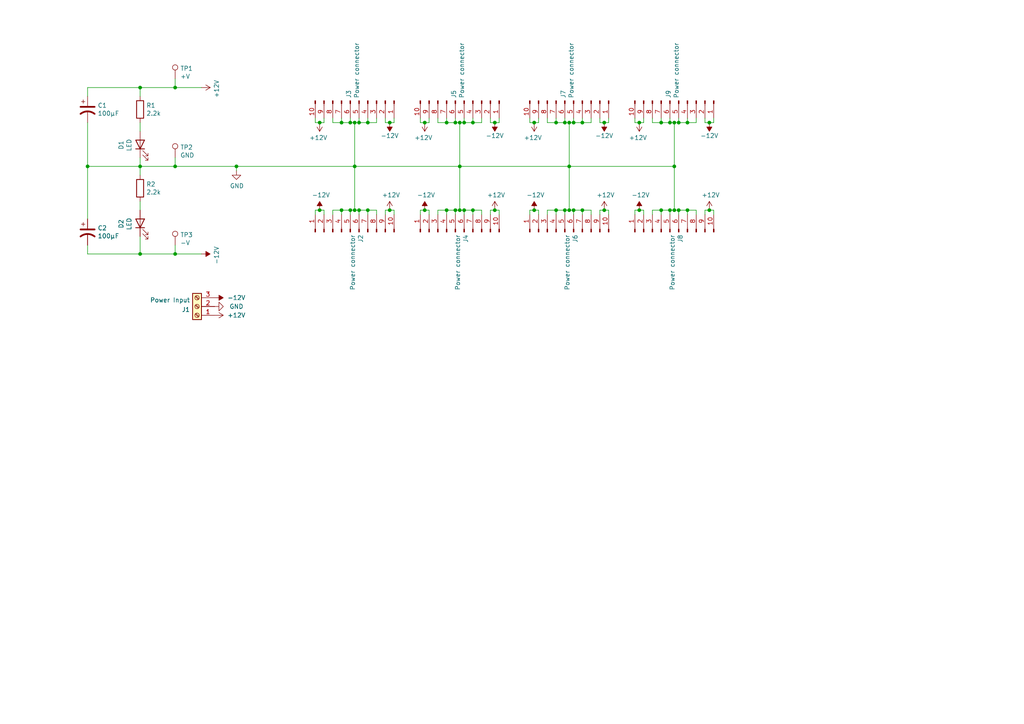
<source format=kicad_sch>
(kicad_sch (version 20211123) (generator eeschema)
  (paper "A4")
  (lib_symbols
    (symbol "Connector:Conn_01x10_Male" (pin_names (offset 1.016) hide)
      (property "Reference" "J" (at 0 12.7 0))
      (property "Value" "Conn_01x10_Male" (at 0 -15.24 0))
      (symbol "Conn_01x10_Male_1_1"
        (polyline (pts (xy 1.27 -12.7) (xy 0.8636 -12.7)) (stroke (width 0.1524)))
        (polyline (pts (xy 1.27 -10.16) (xy 0.8636 -10.16)) (stroke (width 0.1524)))
        (polyline (pts (xy 1.27 -7.62) (xy 0.8636 -7.62)) (stroke (width 0.1524)))
        (polyline (pts (xy 1.27 -5.08) (xy 0.8636 -5.08)) (stroke (width 0.1524)))
        (polyline (pts (xy 1.27 -2.54) (xy 0.8636 -2.54)) (stroke (width 0.1524)))
        (polyline (pts (xy 1.27 0) (xy 0.8636 0)) (stroke (width 0.1524)))
        (polyline (pts (xy 1.27 2.54) (xy 0.8636 2.54)) (stroke (width 0.1524)))
        (polyline (pts (xy 1.27 5.08) (xy 0.8636 5.08)) (stroke (width 0.1524)))
        (polyline (pts (xy 1.27 7.62) (xy 0.8636 7.62)) (stroke (width 0.1524)))
        (polyline (pts (xy 1.27 10.16) (xy 0.8636 10.16)) (stroke (width 0.1524)))
        (rectangle (start 0.8636 -12.573) (end 0 -12.827) (stroke (width 0.1524)) (fill (type outline)))
        (rectangle (start 0.8636 -10.033) (end 0 -10.287) (stroke (width 0.1524)) (fill (type outline)))
        (rectangle (start 0.8636 -7.493) (end 0 -7.747) (stroke (width 0.1524)) (fill (type outline)))
        (rectangle (start 0.8636 -4.953) (end 0 -5.207) (stroke (width 0.1524)) (fill (type outline)))
        (rectangle (start 0.8636 -2.413) (end 0 -2.667) (stroke (width 0.1524)) (fill (type outline)))
        (rectangle (start 0.8636 0.127) (end 0 -0.127) (stroke (width 0.1524)) (fill (type outline)))
        (rectangle (start 0.8636 2.667) (end 0 2.413) (stroke (width 0.1524)) (fill (type outline)))
        (rectangle (start 0.8636 5.207) (end 0 4.953) (stroke (width 0.1524)) (fill (type outline)))
        (rectangle (start 0.8636 7.747) (end 0 7.493) (stroke (width 0.1524)) (fill (type outline)))
        (rectangle (start 0.8636 10.287) (end 0 10.033) (stroke (width 0.1524)) (fill (type outline)))
        (pin passive line (at 5.08 10.16 180) (length 3.81) (name "Pin_1") (number "1"))
        (pin passive line (at 5.08 -12.7 180) (length 3.81) (name "Pin_10") (number "10"))
        (pin passive line (at 5.08 7.62 180) (length 3.81) (name "Pin_2") (number "2"))
        (pin passive line (at 5.08 5.08 180) (length 3.81) (name "Pin_3") (number "3"))
        (pin passive line (at 5.08 2.54 180) (length 3.81) (name "Pin_4") (number "4"))
        (pin passive line (at 5.08 0 180) (length 3.81) (name "Pin_5") (number "5"))
        (pin passive line (at 5.08 -2.54 180) (length 3.81) (name "Pin_6") (number "6"))
        (pin passive line (at 5.08 -5.08 180) (length 3.81) (name "Pin_7") (number "7"))
        (pin passive line (at 5.08 -7.62 180) (length 3.81) (name "Pin_8") (number "8"))
        (pin passive line (at 5.08 -10.16 180) (length 3.81) (name "Pin_9") (number "9"))
      )
    )
    (symbol "Connector:Screw_Terminal_01x03" (pin_names (offset 1.016) hide)
      (property "Reference" "J" (at 0 5.08 0))
      (property "Value" "Screw_Terminal_01x03" (at 0 -5.08 0))
      (symbol "Screw_Terminal_01x03_1_1"
        (rectangle (start -1.27 3.81) (end 1.27 -3.81) (stroke (width 0.254)) (fill (type background)))
        (circle (center 0 -2.54) (radius 0.635) (stroke (width 0.1524)))
        (polyline (pts (xy -0.5334 -2.2098) (xy 0.3302 -3.048)) (stroke (width 0.1524)))
        (polyline (pts (xy -0.5334 0.3302) (xy 0.3302 -0.508)) (stroke (width 0.1524)))
        (polyline (pts (xy -0.5334 2.8702) (xy 0.3302 2.032)) (stroke (width 0.1524)))
        (polyline (pts (xy -0.3556 -2.032) (xy 0.508 -2.8702)) (stroke (width 0.1524)))
        (polyline (pts (xy -0.3556 0.508) (xy 0.508 -0.3302)) (stroke (width 0.1524)))
        (polyline (pts (xy -0.3556 3.048) (xy 0.508 2.2098)) (stroke (width 0.1524)))
        (circle (center 0 0) (radius 0.635) (stroke (width 0.1524)))
        (circle (center 0 2.54) (radius 0.635) (stroke (width 0.1524)))
        (pin passive line (at -5.08 2.54 0) (length 3.81) (name "Pin_1") (number "1"))
        (pin passive line (at -5.08 0 0) (length 3.81) (name "Pin_2") (number "2"))
        (pin passive line (at -5.08 -2.54 0) (length 3.81) (name "Pin_3") (number "3"))
      )
    )
    (symbol "Connector:TestPoint" (pin_numbers hide) (pin_names (offset 0.762) hide)
      (property "Reference" "TP" (at 0 6.858 0))
      (property "Value" "TestPoint" (at 0 5.08 0))
      (symbol "TestPoint_0_1"
        (circle (center 0 3.302) (radius 0.762))
      )
      (symbol "TestPoint_1_1"
        (pin passive line (at 0 0 90) (length 2.54) (name "1") (number "1"))
      )
    )
    (symbol "Device:CP1" (pin_numbers hide) (pin_names (offset 0.254) hide)
      (property "Reference" "C" (at 0.635 2.54 0))
      (property "Value" "Device_CP1" (at 0.635 -2.54 0))
      (symbol "CP1_0_1"
        (polyline (pts (xy -2.032 0.762) (xy 2.032 0.762)) (stroke (width 0.508)))
        (polyline (pts (xy -1.778 2.286) (xy -0.762 2.286)))
        (polyline (pts (xy -1.27 1.778) (xy -1.27 2.794)))
        (arc (start 2.032 -1.27) (mid 0 -0.5572) (end -2.032 -1.27) (stroke (width 0.508)))
      )
      (symbol "CP1_1_1"
        (pin passive line (at 0 3.81 270) (length 2.794) (name "~") (number "1"))
        (pin passive line (at 0 -3.81 90) (length 3.302) (name "~") (number "2"))
      )
    )
    (symbol "Device:LED" (pin_numbers hide) (pin_names (offset 1.016) hide)
      (property "Reference" "D" (at 0 2.54 0))
      (property "Value" "LED" (at 0 -2.54 0))
      (symbol "LED_0_1"
        (polyline (pts (xy -1.27 -1.27) (xy -1.27 1.27)) (stroke (width 0.254)))
        (polyline (pts (xy -1.27 0) (xy 1.27 0)))
        (polyline (pts (xy 1.27 -1.27) (xy 1.27 1.27) (xy -1.27 0) (xy 1.27 -1.27)) (stroke (width 0.254)))
        (polyline (pts (xy -3.048 -0.762) (xy -4.572 -2.286) (xy -3.81 -2.286) (xy -4.572 -2.286) (xy -4.572 -1.524)))
        (polyline (pts (xy -1.778 -0.762) (xy -3.302 -2.286) (xy -2.54 -2.286) (xy -3.302 -2.286) (xy -3.302 -1.524)))
      )
      (symbol "LED_1_1"
        (pin passive line (at -3.81 0 0) (length 2.54) (name "K") (number "1"))
        (pin passive line (at 3.81 0 180) (length 2.54) (name "A") (number "2"))
      )
    )
    (symbol "Device:R" (pin_numbers hide) (pin_names (offset 0))
      (property "Reference" "R" (at 2.032 0 90))
      (property "Value" "R" (at 0 0 90))
      (symbol "R_0_1"
        (rectangle (start -1.016 -2.54) (end 1.016 2.54) (stroke (width 0.254)))
      )
      (symbol "R_1_1"
        (pin passive line (at 0 3.81 270) (length 1.27) (name "~") (number "1"))
        (pin passive line (at 0 -3.81 90) (length 1.27) (name "~") (number "2"))
      )
    )
    (symbol "power:+12V" (power) (pin_names (offset 0))
      (property "Value" "+12V" (at 0 3.556 0))
      (symbol "+12V_0_1"
        (polyline (pts (xy -0.762 1.27) (xy 0 2.54)))
        (polyline (pts (xy 0 0) (xy 0 2.54)))
        (polyline (pts (xy 0 2.54) (xy 0.762 1.27)))
      )
      (symbol "+12V_1_1"
        (pin power_in line (at 0 0 90) (length 0) hide (name "+12V") (number "1"))
      )
    )
    (symbol "power:-12V" (power) (pin_names (offset 0))
      (property "Value" "-12V" (at 0 3.81 0))
      (symbol "-12V_0_0"
        (pin power_in line (at 0 0 90) (length 0) hide (name "-12V") (number "1"))
      )
      (symbol "-12V_0_1"
        (polyline (pts (xy 0 0) (xy 0 1.27) (xy 0.762 1.27) (xy 0 2.54) (xy -0.762 1.27) (xy 0 1.27)) (fill (type outline)))
      )
    )
    (symbol "power:GND" (power) (pin_names (offset 0))
      (property "Value" "GND" (at 0 -3.81 0))
      (symbol "GND_0_1"
        (polyline (pts (xy 0 0) (xy 0 -1.27) (xy 1.27 -1.27) (xy 0 -2.54) (xy -1.27 -1.27) (xy 0 -1.27)))
      )
      (symbol "GND_1_1"
        (pin power_in line (at 0 0 270) (length 0) hide (name "GND") (number "1"))
      )
    )
  )
  (junction (at 205.74 60.96))
  (junction (at 129.54 60.96))
  (junction (at 101.6 60.96))
  (junction (at 68.58 48.26))
  (junction (at 199.39 60.96))
  (junction (at 106.68 60.96))
  (junction (at 161.29 60.96))
  (junction (at 199.39 35.56))
  (junction (at 129.54 35.56))
  (junction (at 123.19 35.56))
  (junction (at 50.8 25.4))
  (junction (at 113.03 35.56))
  (junction (at 133.35 48.26))
  (junction (at 106.68 35.56))
  (junction (at 191.77 60.96))
  (junction (at 133.35 35.56))
  (junction (at 143.51 60.96))
  (junction (at 163.83 35.56))
  (junction (at 196.85 35.56))
  (junction (at 99.06 60.96))
  (junction (at 40.64 25.4))
  (junction (at 154.94 60.96))
  (junction (at 165.1 35.56))
  (junction (at 102.87 48.26))
  (junction (at 194.31 35.56))
  (junction (at 102.87 35.56))
  (junction (at 99.06 35.56))
  (junction (at 175.26 35.56))
  (junction (at 25.4 48.26))
  (junction (at 132.08 35.56))
  (junction (at 165.1 48.26))
  (junction (at 137.16 35.56))
  (junction (at 205.74 35.56))
  (junction (at 50.8 73.66))
  (junction (at 113.03 60.96))
  (junction (at 92.71 60.96))
  (junction (at 143.51 35.56))
  (junction (at 195.58 35.56))
  (junction (at 195.58 60.96))
  (junction (at 165.1 60.96))
  (junction (at 195.58 48.26))
  (junction (at 185.42 60.96))
  (junction (at 168.91 60.96))
  (junction (at 132.08 60.96))
  (junction (at 133.35 60.96))
  (junction (at 194.31 60.96))
  (junction (at 134.62 60.96))
  (junction (at 102.87 60.96))
  (junction (at 40.64 48.26))
  (junction (at 196.85 60.96))
  (junction (at 185.42 35.56))
  (junction (at 166.37 60.96))
  (junction (at 123.19 60.96))
  (junction (at 101.6 35.56))
  (junction (at 175.26 60.96))
  (junction (at 168.91 35.56))
  (junction (at 161.29 35.56))
  (junction (at 191.77 35.56))
  (junction (at 166.37 35.56))
  (junction (at 163.83 60.96))
  (junction (at 104.14 35.56))
  (junction (at 154.94 35.56))
  (junction (at 137.16 60.96))
  (junction (at 50.8 48.26))
  (junction (at 92.71 35.56))
  (junction (at 134.62 35.56))
  (junction (at 104.14 60.96))
  (junction (at 40.64 73.66))
  (wire (pts (xy 99.06 34.29) (xy 99.06 35.56)))
  (wire (pts (xy 123.19 60.96) (xy 124.46 60.96)))
  (wire (pts (xy 184.15 34.29) (xy 184.15 35.56)))
  (wire (pts (xy 173.99 60.96) (xy 173.99 62.23)))
  (wire (pts (xy 99.06 60.96) (xy 96.52 60.96)))
  (wire (pts (xy 153.67 60.96) (xy 154.94 60.96)))
  (wire (pts (xy 196.85 35.56) (xy 199.39 35.56)))
  (wire (pts (xy 204.47 34.29) (xy 204.47 35.56)))
  (wire (pts (xy 139.7 60.96) (xy 137.16 60.96)))
  (wire (pts (xy 40.64 48.26) (xy 40.64 50.8)))
  (wire (pts (xy 165.1 35.56) (xy 165.1 48.26)))
  (wire (pts (xy 199.39 34.29) (xy 199.39 35.56)))
  (wire (pts (xy 186.69 35.56) (xy 186.69 34.29)))
  (wire (pts (xy 129.54 34.29) (xy 129.54 35.56)))
  (wire (pts (xy 142.24 60.96) (xy 142.24 62.23)))
  (wire (pts (xy 96.52 35.56) (xy 99.06 35.56)))
  (wire (pts (xy 171.45 60.96) (xy 168.91 60.96)))
  (wire (pts (xy 68.58 48.26) (xy 102.87 48.26)))
  (wire (pts (xy 91.44 60.96) (xy 91.44 62.23)))
  (wire (pts (xy 143.51 35.56) (xy 144.78 35.56)))
  (wire (pts (xy 137.16 35.56) (xy 139.7 35.56)))
  (wire (pts (xy 114.3 35.56) (xy 114.3 34.29)))
  (wire (pts (xy 102.87 60.96) (xy 104.14 60.96)))
  (wire (pts (xy 195.58 35.56) (xy 195.58 48.26)))
  (wire (pts (xy 154.94 35.56) (xy 156.21 35.56)))
  (wire (pts (xy 165.1 60.96) (xy 166.37 60.96)))
  (wire (pts (xy 144.78 62.23) (xy 144.78 60.96)))
  (wire (pts (xy 142.24 60.96) (xy 143.51 60.96)))
  (wire (pts (xy 101.6 62.23) (xy 101.6 60.96)))
  (wire (pts (xy 96.52 34.29) (xy 96.52 35.56)))
  (wire (pts (xy 133.35 35.56) (xy 133.35 48.26)))
  (wire (pts (xy 201.93 60.96) (xy 199.39 60.96)))
  (wire (pts (xy 166.37 34.29) (xy 166.37 35.56)))
  (wire (pts (xy 171.45 62.23) (xy 171.45 60.96)))
  (wire (pts (xy 189.23 34.29) (xy 189.23 35.56)))
  (wire (pts (xy 168.91 35.56) (xy 171.45 35.56)))
  (wire (pts (xy 106.68 60.96) (xy 104.14 60.96)))
  (wire (pts (xy 132.08 62.23) (xy 132.08 60.96)))
  (wire (pts (xy 25.4 63.5) (xy 25.4 48.26)))
  (wire (pts (xy 137.16 62.23) (xy 137.16 60.96)))
  (wire (pts (xy 199.39 35.56) (xy 201.93 35.56)))
  (wire (pts (xy 185.42 60.96) (xy 186.69 60.96)))
  (wire (pts (xy 40.64 27.94) (xy 40.64 25.4)))
  (wire (pts (xy 68.58 48.26) (xy 68.58 49.53)))
  (wire (pts (xy 111.76 60.96) (xy 111.76 62.23)))
  (wire (pts (xy 102.87 35.56) (xy 104.14 35.56)))
  (wire (pts (xy 50.8 45.72) (xy 50.8 48.26)))
  (wire (pts (xy 133.35 48.26) (xy 165.1 48.26)))
  (wire (pts (xy 207.01 62.23) (xy 207.01 60.96)))
  (wire (pts (xy 106.68 34.29) (xy 106.68 35.56)))
  (wire (pts (xy 194.31 60.96) (xy 195.58 60.96)))
  (wire (pts (xy 158.75 60.96) (xy 158.75 62.23)))
  (wire (pts (xy 185.42 35.56) (xy 186.69 35.56)))
  (wire (pts (xy 113.03 60.96) (xy 114.3 60.96)))
  (wire (pts (xy 127 60.96) (xy 127 62.23)))
  (wire (pts (xy 40.64 38.1) (xy 40.64 35.56)))
  (wire (pts (xy 92.71 35.56) (xy 93.98 35.56)))
  (wire (pts (xy 101.6 34.29) (xy 101.6 35.56)))
  (wire (pts (xy 191.77 62.23) (xy 191.77 60.96)))
  (wire (pts (xy 121.92 60.96) (xy 123.19 60.96)))
  (wire (pts (xy 50.8 73.66) (xy 50.8 71.12)))
  (wire (pts (xy 50.8 25.4) (xy 58.42 25.4)))
  (wire (pts (xy 25.4 35.56) (xy 25.4 48.26)))
  (wire (pts (xy 134.62 34.29) (xy 134.62 35.56)))
  (wire (pts (xy 173.99 35.56) (xy 175.26 35.56)))
  (wire (pts (xy 121.92 35.56) (xy 123.19 35.56)))
  (wire (pts (xy 132.08 60.96) (xy 129.54 60.96)))
  (wire (pts (xy 25.4 27.94) (xy 25.4 25.4)))
  (wire (pts (xy 40.64 25.4) (xy 25.4 25.4)))
  (wire (pts (xy 173.99 60.96) (xy 175.26 60.96)))
  (wire (pts (xy 113.03 35.56) (xy 114.3 35.56)))
  (wire (pts (xy 50.8 73.66) (xy 58.42 73.66)))
  (wire (pts (xy 104.14 62.23) (xy 104.14 60.96)))
  (wire (pts (xy 111.76 35.56) (xy 113.03 35.56)))
  (wire (pts (xy 194.31 35.56) (xy 195.58 35.56)))
  (wire (pts (xy 91.44 35.56) (xy 92.71 35.56)))
  (wire (pts (xy 205.74 35.56) (xy 207.01 35.56)))
  (wire (pts (xy 127 34.29) (xy 127 35.56)))
  (wire (pts (xy 191.77 34.29) (xy 191.77 35.56)))
  (wire (pts (xy 109.22 35.56) (xy 109.22 34.29)))
  (wire (pts (xy 176.53 35.56) (xy 176.53 34.29)))
  (wire (pts (xy 189.23 60.96) (xy 189.23 62.23)))
  (wire (pts (xy 194.31 60.96) (xy 191.77 60.96)))
  (wire (pts (xy 124.46 62.23) (xy 124.46 60.96)))
  (wire (pts (xy 111.76 34.29) (xy 111.76 35.56)))
  (wire (pts (xy 186.69 62.23) (xy 186.69 60.96)))
  (wire (pts (xy 102.87 48.26) (xy 102.87 60.96)))
  (wire (pts (xy 166.37 62.23) (xy 166.37 60.96)))
  (wire (pts (xy 99.06 35.56) (xy 101.6 35.56)))
  (wire (pts (xy 139.7 35.56) (xy 139.7 34.29)))
  (wire (pts (xy 106.68 35.56) (xy 109.22 35.56)))
  (wire (pts (xy 137.16 60.96) (xy 134.62 60.96)))
  (wire (pts (xy 127 35.56) (xy 129.54 35.56)))
  (wire (pts (xy 168.91 60.96) (xy 166.37 60.96)))
  (wire (pts (xy 133.35 48.26) (xy 133.35 60.96)))
  (wire (pts (xy 153.67 60.96) (xy 153.67 62.23)))
  (wire (pts (xy 109.22 62.23) (xy 109.22 60.96)))
  (wire (pts (xy 163.83 60.96) (xy 165.1 60.96)))
  (wire (pts (xy 143.51 60.96) (xy 144.78 60.96)))
  (wire (pts (xy 153.67 35.56) (xy 154.94 35.56)))
  (wire (pts (xy 40.64 58.42) (xy 40.64 60.96)))
  (wire (pts (xy 132.08 60.96) (xy 133.35 60.96)))
  (wire (pts (xy 205.74 60.96) (xy 207.01 60.96)))
  (wire (pts (xy 121.92 60.96) (xy 121.92 62.23)))
  (wire (pts (xy 40.64 48.26) (xy 50.8 48.26)))
  (wire (pts (xy 196.85 62.23) (xy 196.85 60.96)))
  (wire (pts (xy 199.39 62.23) (xy 199.39 60.96)))
  (wire (pts (xy 194.31 62.23) (xy 194.31 60.96)))
  (wire (pts (xy 132.08 34.29) (xy 132.08 35.56)))
  (wire (pts (xy 163.83 62.23) (xy 163.83 60.96)))
  (wire (pts (xy 99.06 62.23) (xy 99.06 60.96)))
  (wire (pts (xy 196.85 34.29) (xy 196.85 35.56)))
  (wire (pts (xy 93.98 62.23) (xy 93.98 60.96)))
  (wire (pts (xy 207.01 35.56) (xy 207.01 34.29)))
  (wire (pts (xy 163.83 34.29) (xy 163.83 35.56)))
  (wire (pts (xy 176.53 62.23) (xy 176.53 60.96)))
  (wire (pts (xy 165.1 48.26) (xy 195.58 48.26)))
  (wire (pts (xy 132.08 35.56) (xy 133.35 35.56)))
  (wire (pts (xy 133.35 60.96) (xy 134.62 60.96)))
  (wire (pts (xy 144.78 35.56) (xy 144.78 34.29)))
  (wire (pts (xy 40.64 48.26) (xy 25.4 48.26)))
  (wire (pts (xy 102.87 35.56) (xy 102.87 48.26)))
  (wire (pts (xy 96.52 60.96) (xy 96.52 62.23)))
  (wire (pts (xy 194.31 34.29) (xy 194.31 35.56)))
  (wire (pts (xy 25.4 73.66) (xy 40.64 73.66)))
  (wire (pts (xy 184.15 60.96) (xy 185.42 60.96)))
  (wire (pts (xy 111.76 60.96) (xy 113.03 60.96)))
  (wire (pts (xy 175.26 60.96) (xy 176.53 60.96)))
  (wire (pts (xy 104.14 35.56) (xy 106.68 35.56)))
  (wire (pts (xy 168.91 62.23) (xy 168.91 60.96)))
  (wire (pts (xy 91.44 60.96) (xy 92.71 60.96)))
  (wire (pts (xy 191.77 35.56) (xy 194.31 35.56)))
  (wire (pts (xy 161.29 35.56) (xy 163.83 35.56)))
  (wire (pts (xy 129.54 60.96) (xy 127 60.96)))
  (wire (pts (xy 161.29 62.23) (xy 161.29 60.96)))
  (wire (pts (xy 134.62 62.23) (xy 134.62 60.96)))
  (wire (pts (xy 189.23 35.56) (xy 191.77 35.56)))
  (wire (pts (xy 171.45 35.56) (xy 171.45 34.29)))
  (wire (pts (xy 91.44 34.29) (xy 91.44 35.56)))
  (wire (pts (xy 137.16 34.29) (xy 137.16 35.56)))
  (wire (pts (xy 109.22 60.96) (xy 106.68 60.96)))
  (wire (pts (xy 175.26 35.56) (xy 176.53 35.56)))
  (wire (pts (xy 40.64 73.66) (xy 40.64 68.58)))
  (wire (pts (xy 106.68 62.23) (xy 106.68 60.96)))
  (wire (pts (xy 40.64 25.4) (xy 50.8 25.4)))
  (wire (pts (xy 153.67 34.29) (xy 153.67 35.56)))
  (wire (pts (xy 93.98 35.56) (xy 93.98 34.29)))
  (wire (pts (xy 195.58 48.26) (xy 195.58 60.96)))
  (wire (pts (xy 154.94 60.96) (xy 156.21 60.96)))
  (wire (pts (xy 133.35 35.56) (xy 134.62 35.56)))
  (wire (pts (xy 142.24 35.56) (xy 143.51 35.56)))
  (wire (pts (xy 204.47 60.96) (xy 205.74 60.96)))
  (wire (pts (xy 166.37 35.56) (xy 168.91 35.56)))
  (wire (pts (xy 50.8 22.86) (xy 50.8 25.4)))
  (wire (pts (xy 163.83 60.96) (xy 161.29 60.96)))
  (wire (pts (xy 40.64 73.66) (xy 50.8 73.66)))
  (wire (pts (xy 142.24 34.29) (xy 142.24 35.56)))
  (wire (pts (xy 168.91 34.29) (xy 168.91 35.56)))
  (wire (pts (xy 165.1 35.56) (xy 166.37 35.56)))
  (wire (pts (xy 184.15 60.96) (xy 184.15 62.23)))
  (wire (pts (xy 114.3 62.23) (xy 114.3 60.96)))
  (wire (pts (xy 199.39 60.96) (xy 196.85 60.96)))
  (wire (pts (xy 123.19 35.56) (xy 124.46 35.56)))
  (wire (pts (xy 129.54 35.56) (xy 132.08 35.56)))
  (wire (pts (xy 102.87 48.26) (xy 133.35 48.26)))
  (wire (pts (xy 101.6 60.96) (xy 102.87 60.96)))
  (wire (pts (xy 204.47 60.96) (xy 204.47 62.23)))
  (wire (pts (xy 173.99 34.29) (xy 173.99 35.56)))
  (wire (pts (xy 156.21 62.23) (xy 156.21 60.96)))
  (wire (pts (xy 129.54 62.23) (xy 129.54 60.96)))
  (wire (pts (xy 158.75 35.56) (xy 161.29 35.56)))
  (wire (pts (xy 104.14 34.29) (xy 104.14 35.56)))
  (wire (pts (xy 156.21 35.56) (xy 156.21 34.29)))
  (wire (pts (xy 40.64 48.26) (xy 40.64 45.72)))
  (wire (pts (xy 101.6 60.96) (xy 99.06 60.96)))
  (wire (pts (xy 163.83 35.56) (xy 165.1 35.56)))
  (wire (pts (xy 195.58 60.96) (xy 196.85 60.96)))
  (wire (pts (xy 161.29 34.29) (xy 161.29 35.56)))
  (wire (pts (xy 25.4 71.12) (xy 25.4 73.66)))
  (wire (pts (xy 165.1 48.26) (xy 165.1 60.96)))
  (wire (pts (xy 204.47 35.56) (xy 205.74 35.56)))
  (wire (pts (xy 50.8 48.26) (xy 68.58 48.26)))
  (wire (pts (xy 92.71 60.96) (xy 93.98 60.96)))
  (wire (pts (xy 195.58 35.56) (xy 196.85 35.56)))
  (wire (pts (xy 101.6 35.56) (xy 102.87 35.56)))
  (wire (pts (xy 158.75 34.29) (xy 158.75 35.56)))
  (wire (pts (xy 201.93 62.23) (xy 201.93 60.96)))
  (wire (pts (xy 121.92 34.29) (xy 121.92 35.56)))
  (wire (pts (xy 124.46 35.56) (xy 124.46 34.29)))
  (wire (pts (xy 201.93 35.56) (xy 201.93 34.29)))
  (wire (pts (xy 191.77 60.96) (xy 189.23 60.96)))
  (wire (pts (xy 134.62 35.56) (xy 137.16 35.56)))
  (wire (pts (xy 139.7 62.23) (xy 139.7 60.96)))
  (wire (pts (xy 184.15 35.56) (xy 185.42 35.56)))
  (wire (pts (xy 161.29 60.96) (xy 158.75 60.96)))
  (symbol (lib_id "Connector:TestPoint") (at 50.8 71.12 0) (unit 1)
    (property "Reference" "TP3" (at 52.2732 68.1228 0) (effects (justify left)))
    (property "Value" "-V" (at 52.2732 70.4342 0) (effects (justify left)))
    (property "Footprint" "TestPoint:TestPoint_Keystone_5000-5004_Miniature" (effects hide))
  )
  (symbol (lib_id "Connector:TestPoint") (at 50.8 22.86 0) (unit 1)
    (property "Reference" "TP1" (at 52.2732 19.8628 0) (effects (justify left)))
    (property "Value" "+V" (at 52.2732 22.1742 0) (effects (justify left)))
    (property "Footprint" "TestPoint:TestPoint_Keystone_5000-5004_Miniature" (effects hide))
  )
  (symbol (lib_id "Connector:TestPoint") (at 50.8 45.72 0) (unit 1)
    (property "Reference" "TP2" (at 52.2732 42.7228 0) (effects (justify left)))
    (property "Value" "GND" (at 52.2732 45.0342 0) (effects (justify left)))
    (property "Footprint" "TestPoint:TestPoint_Keystone_5000-5004_Miniature" (effects hide))
  )
  (symbol (lib_id "Device:R") (at 40.64 54.61 0) (unit 1)
    (property "Reference" "R2" (at 42.418 53.4416 0) (effects (justify left)))
    (property "Value" "2.2k" (at 42.418 55.753 0) (effects (justify left)))
    (property "Footprint" "Resistor_THT:R_Axial_DIN0309_L9.0mm_D3.2mm_P12.70mm_Horizontal" (effects hide))
  )
  (symbol (lib_id "Device:R") (at 40.64 31.75 180) (unit 1)
    (property "Reference" "R1" (at 42.418 30.5816 0) (effects (justify right)))
    (property "Value" "2.2k" (at 42.418 32.893 0) (effects (justify right)))
    (property "Footprint" "Resistor_THT:R_Axial_DIN0309_L9.0mm_D3.2mm_P12.70mm_Horizontal" (effects hide))
  )
  (symbol (lib_id "Device:LED") (at 40.64 41.91 90) (unit 1)
    (property "Reference" "D1" (at 35.1282 42.0878 0))
    (property "Value" "LED" (at 37.4396 42.0878 0))
    (property "Footprint" "LED_THT:LED_D5.0mm_Clear" (effects hide))
  )
  (symbol (lib_id "Device:LED") (at 40.64 64.77 90) (unit 1)
    (property "Reference" "D2" (at 35.1282 64.9478 0))
    (property "Value" "LED" (at 37.4396 64.9478 0))
    (property "Footprint" "LED_THT:LED_D5.0mm_Clear" (effects hide))
  )
  (symbol (lib_id "power:GND") (at 68.58 49.53 0) (unit 1)
    (property "Reference" "#PWR06" (effects hide))
    (property "Value" "GND" (at 68.707 53.9242 0))
  )
  (symbol (lib_id "Connector:Conn_01x10_Male") (at 104.14 29.21 270) (unit 1)
    (property "Reference" "J3" (at 101.1428 28.4988 0) (effects (justify right)))
    (property "Value" "Power connector" (at 103.4542 28.4988 0) (effects (justify right)))
    (property "Footprint" "Connector_PinHeader_2.54mm:PinHeader_2x05_P2.54mm_Vertical" (effects hide))
  )
  (symbol (lib_id "Connector:Conn_01x10_Male") (at 101.6 67.31 90) (unit 1)
    (property "Reference" "J2" (at 104.5972 68.0212 0) (effects (justify right)))
    (property "Value" "Power connector" (at 102.2858 68.0212 0) (effects (justify right)))
    (property "Footprint" "Connector_PinHeader_2.54mm:PinHeader_2x05_P2.54mm_Vertical" (effects hide))
  )
  (symbol (lib_id "power:+12V") (at 58.42 25.4 270) (unit 1)
    (property "Reference" "#PWR01" (effects hide))
    (property "Value" "+12V" (at 62.8142 25.781 0))
  )
  (symbol (lib_id "power:-12V") (at 58.42 73.66 270) (unit 1)
    (property "Reference" "#PWR02" (effects hide))
    (property "Value" "-12V" (at 62.8142 74.041 0))
  )
  (symbol (lib_id "power:+12V") (at 92.71 35.56 180) (unit 1)
    (property "Reference" "#PWR07" (effects hide))
    (property "Value" "+12V" (at 92.329 39.9542 0))
  )
  (symbol (lib_id "power:+12V") (at 113.03 60.96 0) (unit 1)
    (property "Reference" "#PWR010" (effects hide))
    (property "Value" "+12V" (at 113.411 56.5658 0))
  )
  (symbol (lib_id "power:-12V") (at 92.71 60.96 0) (unit 1)
    (property "Reference" "#PWR08" (effects hide))
    (property "Value" "-12V" (at 93.091 56.5658 0))
  )
  (symbol (lib_id "power:-12V") (at 113.03 35.56 180) (unit 1)
    (property "Reference" "#PWR09" (effects hide))
    (property "Value" "-12V" (at 113.03 39.37 0))
  )
  (symbol (lib_id "Connector:Conn_01x10_Male") (at 134.62 29.21 270) (unit 1)
    (property "Reference" "J5" (at 131.6228 28.4988 0) (effects (justify right)))
    (property "Value" "Power connector" (at 133.9342 28.4988 0) (effects (justify right)))
    (property "Footprint" "Connector_PinHeader_2.54mm:PinHeader_2x05_P2.54mm_Vertical" (effects hide))
  )
  (symbol (lib_id "power:+12V") (at 123.19 35.56 180) (unit 1)
    (property "Reference" "#PWR011" (effects hide))
    (property "Value" "+12V" (at 122.809 39.9542 0))
  )
  (symbol (lib_id "power:+12V") (at 143.51 60.96 0) (unit 1)
    (property "Reference" "#PWR014" (effects hide))
    (property "Value" "+12V" (at 143.891 56.5658 0))
  )
  (symbol (lib_id "power:-12V") (at 123.19 60.96 0) (unit 1)
    (property "Reference" "#PWR012" (effects hide))
    (property "Value" "-12V" (at 123.571 56.5658 0))
  )
  (symbol (lib_id "Connector:Conn_01x10_Male") (at 132.08 67.31 90) (unit 1)
    (property "Reference" "J4" (at 135.0772 68.0212 0) (effects (justify right)))
    (property "Value" "Power connector" (at 132.7658 68.0212 0) (effects (justify right)))
    (property "Footprint" "Connector_PinHeader_2.54mm:PinHeader_2x05_P2.54mm_Vertical" (effects hide))
  )
  (symbol (lib_id "power:-12V") (at 143.51 35.56 180) (unit 1)
    (property "Reference" "#PWR013" (effects hide))
    (property "Value" "-12V" (at 143.51 39.37 0))
  )
  (symbol (lib_id "Connector:Conn_01x10_Male") (at 166.37 29.21 270) (unit 1)
    (property "Reference" "J7" (at 163.3728 28.4988 0) (effects (justify right)))
    (property "Value" "Power connector" (at 165.6842 28.4988 0) (effects (justify right)))
    (property "Footprint" "Connector_PinHeader_2.54mm:PinHeader_2x05_P2.54mm_Vertical" (effects hide))
  )
  (symbol (lib_id "power:+12V") (at 154.94 35.56 180) (unit 1)
    (property "Reference" "#PWR015" (effects hide))
    (property "Value" "+12V" (at 154.559 39.9542 0))
  )
  (symbol (lib_id "power:+12V") (at 175.26 60.96 0) (unit 1)
    (property "Reference" "#PWR018" (effects hide))
    (property "Value" "+12V" (at 175.641 56.5658 0))
  )
  (symbol (lib_id "power:-12V") (at 154.94 60.96 0) (unit 1)
    (property "Reference" "#PWR016" (effects hide))
    (property "Value" "-12V" (at 155.321 56.5658 0))
  )
  (symbol (lib_id "Connector:Conn_01x10_Male") (at 163.83 67.31 90) (unit 1)
    (property "Reference" "J6" (at 166.8272 68.0212 0) (effects (justify right)))
    (property "Value" "Power connector" (at 164.5158 68.0212 0) (effects (justify right)))
    (property "Footprint" "Connector_PinHeader_2.54mm:PinHeader_2x05_P2.54mm_Vertical" (effects hide))
  )
  (symbol (lib_id "power:-12V") (at 175.26 35.56 180) (unit 1)
    (property "Reference" "#PWR017" (effects hide))
    (property "Value" "-12V" (at 175.26 39.37 0))
  )
  (symbol (lib_id "Connector:Conn_01x10_Male") (at 196.85 29.21 270) (unit 1)
    (property "Reference" "J9" (at 193.8528 28.4988 0) (effects (justify right)))
    (property "Value" "Power connector" (at 196.1642 28.4988 0) (effects (justify right)))
    (property "Footprint" "Connector_PinHeader_2.54mm:PinHeader_2x05_P2.54mm_Vertical" (effects hide))
  )
  (symbol (lib_id "power:+12V") (at 185.42 35.56 180) (unit 1)
    (property "Reference" "#PWR019" (effects hide))
    (property "Value" "+12V" (at 185.039 39.9542 0))
  )
  (symbol (lib_id "power:+12V") (at 205.74 60.96 0) (unit 1)
    (property "Reference" "#PWR022" (effects hide))
    (property "Value" "+12V" (at 206.121 56.5658 0))
  )
  (symbol (lib_id "power:-12V") (at 185.42 60.96 0) (unit 1)
    (property "Reference" "#PWR020" (effects hide))
    (property "Value" "-12V" (at 185.801 56.5658 0))
  )
  (symbol (lib_id "Connector:Conn_01x10_Male") (at 194.31 67.31 90) (unit 1)
    (property "Reference" "J8" (at 197.3072 68.0212 0) (effects (justify right)))
    (property "Value" "Power connector" (at 194.9958 68.0212 0) (effects (justify right)))
    (property "Footprint" "Connector_PinHeader_2.54mm:PinHeader_2x05_P2.54mm_Vertical" (effects hide))
  )
  (symbol (lib_id "power:-12V") (at 205.74 35.56 180) (unit 1)
    (property "Reference" "#PWR021" (effects hide))
    (property "Value" "-12V" (at 205.74 39.37 0))
  )
  (symbol (lib_id "Device:CP1") (at 25.4 67.31 0) (unit 1)
    (property "Reference" "C2" (at 28.321 66.1416 0) (effects (justify left)))
    (property "Value" "100µF" (at 28.321 68.453 0) (effects (justify left)))
    (property "Footprint" "Capacitor_THT:CP_Radial_D5.0mm_P2.00mm" (effects hide))
  )
  (symbol (lib_id "Device:CP1") (at 25.4 31.75 0) (unit 1)
    (property "Reference" "C1" (at 28.321 30.5816 0) (effects (justify left)))
    (property "Value" "100µF" (at 28.321 32.893 0) (effects (justify left)))
    (property "Footprint" "Capacitor_THT:CP_Radial_D5.0mm_P2.00mm" (effects hide))
  )
  (symbol (lib_id "power:-12V") (at 62.23 86.36 270) (unit 1)
    (property "Reference" "#PWR03" (effects hide))
    (property "Value" "-12V" (at 68.58 86.36 90))
  )
  (symbol (lib_id "power:+12V") (at 62.23 91.44 270) (unit 1)
    (property "Reference" "#PWR05" (effects hide))
    (property "Value" "+12V" (at 68.58 91.44 90))
  )
  (symbol (lib_id "Connector:Screw_Terminal_01x03") (at 57.15 88.9 180) (unit 1)
    (property "Reference" "J1" (at 55.118 89.8085 0) (effects (justify left)))
    (property "Value" "Power Input" (at 55.118 87.0334 0) (effects (justify left)))
    (property "Footprint" "TerminalBlock:TerminalBlock_bornier-3_P5.08mm" (effects hide))
  )
  (symbol (lib_id "power:GND") (at 62.23 88.9 90) (unit 1)
    (property "Reference" "#PWR04" (effects hide))
    (property "Value" "GND" (at 68.58 88.9 90))
  )
)
</source>
